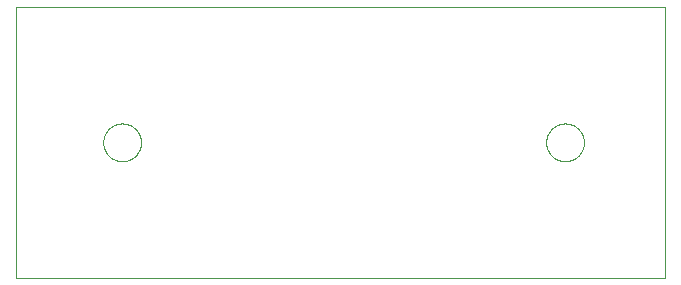
<source format=gtp>
G75*
%MOIN*%
%OFA0B0*%
%FSLAX25Y25*%
%IPPOS*%
%LPD*%
%AMOC8*
5,1,8,0,0,1.08239X$1,22.5*
%
%ADD10C,0.00000*%
D10*
X0001587Y0008595D02*
X0001587Y0099146D01*
X0217871Y0099146D01*
X0217871Y0008595D01*
X0001587Y0008595D01*
X0030595Y0053871D02*
X0030597Y0054029D01*
X0030603Y0054187D01*
X0030613Y0054345D01*
X0030627Y0054503D01*
X0030645Y0054660D01*
X0030666Y0054817D01*
X0030692Y0054973D01*
X0030722Y0055129D01*
X0030755Y0055284D01*
X0030793Y0055437D01*
X0030834Y0055590D01*
X0030879Y0055742D01*
X0030928Y0055893D01*
X0030981Y0056042D01*
X0031037Y0056190D01*
X0031097Y0056336D01*
X0031161Y0056481D01*
X0031229Y0056624D01*
X0031300Y0056766D01*
X0031374Y0056906D01*
X0031452Y0057043D01*
X0031534Y0057179D01*
X0031618Y0057313D01*
X0031707Y0057444D01*
X0031798Y0057573D01*
X0031893Y0057700D01*
X0031990Y0057825D01*
X0032091Y0057947D01*
X0032195Y0058066D01*
X0032302Y0058183D01*
X0032412Y0058297D01*
X0032525Y0058408D01*
X0032640Y0058517D01*
X0032758Y0058622D01*
X0032879Y0058724D01*
X0033002Y0058824D01*
X0033128Y0058920D01*
X0033256Y0059013D01*
X0033386Y0059103D01*
X0033519Y0059189D01*
X0033654Y0059273D01*
X0033790Y0059352D01*
X0033929Y0059429D01*
X0034070Y0059501D01*
X0034212Y0059571D01*
X0034356Y0059636D01*
X0034502Y0059698D01*
X0034649Y0059756D01*
X0034798Y0059811D01*
X0034948Y0059862D01*
X0035099Y0059909D01*
X0035251Y0059952D01*
X0035404Y0059991D01*
X0035559Y0060027D01*
X0035714Y0060058D01*
X0035870Y0060086D01*
X0036026Y0060110D01*
X0036183Y0060130D01*
X0036341Y0060146D01*
X0036498Y0060158D01*
X0036657Y0060166D01*
X0036815Y0060170D01*
X0036973Y0060170D01*
X0037131Y0060166D01*
X0037290Y0060158D01*
X0037447Y0060146D01*
X0037605Y0060130D01*
X0037762Y0060110D01*
X0037918Y0060086D01*
X0038074Y0060058D01*
X0038229Y0060027D01*
X0038384Y0059991D01*
X0038537Y0059952D01*
X0038689Y0059909D01*
X0038840Y0059862D01*
X0038990Y0059811D01*
X0039139Y0059756D01*
X0039286Y0059698D01*
X0039432Y0059636D01*
X0039576Y0059571D01*
X0039718Y0059501D01*
X0039859Y0059429D01*
X0039998Y0059352D01*
X0040134Y0059273D01*
X0040269Y0059189D01*
X0040402Y0059103D01*
X0040532Y0059013D01*
X0040660Y0058920D01*
X0040786Y0058824D01*
X0040909Y0058724D01*
X0041030Y0058622D01*
X0041148Y0058517D01*
X0041263Y0058408D01*
X0041376Y0058297D01*
X0041486Y0058183D01*
X0041593Y0058066D01*
X0041697Y0057947D01*
X0041798Y0057825D01*
X0041895Y0057700D01*
X0041990Y0057573D01*
X0042081Y0057444D01*
X0042170Y0057313D01*
X0042254Y0057179D01*
X0042336Y0057043D01*
X0042414Y0056906D01*
X0042488Y0056766D01*
X0042559Y0056624D01*
X0042627Y0056481D01*
X0042691Y0056336D01*
X0042751Y0056190D01*
X0042807Y0056042D01*
X0042860Y0055893D01*
X0042909Y0055742D01*
X0042954Y0055590D01*
X0042995Y0055437D01*
X0043033Y0055284D01*
X0043066Y0055129D01*
X0043096Y0054973D01*
X0043122Y0054817D01*
X0043143Y0054660D01*
X0043161Y0054503D01*
X0043175Y0054345D01*
X0043185Y0054187D01*
X0043191Y0054029D01*
X0043193Y0053871D01*
X0043191Y0053713D01*
X0043185Y0053555D01*
X0043175Y0053397D01*
X0043161Y0053239D01*
X0043143Y0053082D01*
X0043122Y0052925D01*
X0043096Y0052769D01*
X0043066Y0052613D01*
X0043033Y0052458D01*
X0042995Y0052305D01*
X0042954Y0052152D01*
X0042909Y0052000D01*
X0042860Y0051849D01*
X0042807Y0051700D01*
X0042751Y0051552D01*
X0042691Y0051406D01*
X0042627Y0051261D01*
X0042559Y0051118D01*
X0042488Y0050976D01*
X0042414Y0050836D01*
X0042336Y0050699D01*
X0042254Y0050563D01*
X0042170Y0050429D01*
X0042081Y0050298D01*
X0041990Y0050169D01*
X0041895Y0050042D01*
X0041798Y0049917D01*
X0041697Y0049795D01*
X0041593Y0049676D01*
X0041486Y0049559D01*
X0041376Y0049445D01*
X0041263Y0049334D01*
X0041148Y0049225D01*
X0041030Y0049120D01*
X0040909Y0049018D01*
X0040786Y0048918D01*
X0040660Y0048822D01*
X0040532Y0048729D01*
X0040402Y0048639D01*
X0040269Y0048553D01*
X0040134Y0048469D01*
X0039998Y0048390D01*
X0039859Y0048313D01*
X0039718Y0048241D01*
X0039576Y0048171D01*
X0039432Y0048106D01*
X0039286Y0048044D01*
X0039139Y0047986D01*
X0038990Y0047931D01*
X0038840Y0047880D01*
X0038689Y0047833D01*
X0038537Y0047790D01*
X0038384Y0047751D01*
X0038229Y0047715D01*
X0038074Y0047684D01*
X0037918Y0047656D01*
X0037762Y0047632D01*
X0037605Y0047612D01*
X0037447Y0047596D01*
X0037290Y0047584D01*
X0037131Y0047576D01*
X0036973Y0047572D01*
X0036815Y0047572D01*
X0036657Y0047576D01*
X0036498Y0047584D01*
X0036341Y0047596D01*
X0036183Y0047612D01*
X0036026Y0047632D01*
X0035870Y0047656D01*
X0035714Y0047684D01*
X0035559Y0047715D01*
X0035404Y0047751D01*
X0035251Y0047790D01*
X0035099Y0047833D01*
X0034948Y0047880D01*
X0034798Y0047931D01*
X0034649Y0047986D01*
X0034502Y0048044D01*
X0034356Y0048106D01*
X0034212Y0048171D01*
X0034070Y0048241D01*
X0033929Y0048313D01*
X0033790Y0048390D01*
X0033654Y0048469D01*
X0033519Y0048553D01*
X0033386Y0048639D01*
X0033256Y0048729D01*
X0033128Y0048822D01*
X0033002Y0048918D01*
X0032879Y0049018D01*
X0032758Y0049120D01*
X0032640Y0049225D01*
X0032525Y0049334D01*
X0032412Y0049445D01*
X0032302Y0049559D01*
X0032195Y0049676D01*
X0032091Y0049795D01*
X0031990Y0049917D01*
X0031893Y0050042D01*
X0031798Y0050169D01*
X0031707Y0050298D01*
X0031618Y0050429D01*
X0031534Y0050563D01*
X0031452Y0050699D01*
X0031374Y0050836D01*
X0031300Y0050976D01*
X0031229Y0051118D01*
X0031161Y0051261D01*
X0031097Y0051406D01*
X0031037Y0051552D01*
X0030981Y0051700D01*
X0030928Y0051849D01*
X0030879Y0052000D01*
X0030834Y0052152D01*
X0030793Y0052305D01*
X0030755Y0052458D01*
X0030722Y0052613D01*
X0030692Y0052769D01*
X0030666Y0052925D01*
X0030645Y0053082D01*
X0030627Y0053239D01*
X0030613Y0053397D01*
X0030603Y0053555D01*
X0030597Y0053713D01*
X0030595Y0053871D01*
X0178233Y0053871D02*
X0178235Y0054029D01*
X0178241Y0054187D01*
X0178251Y0054345D01*
X0178265Y0054503D01*
X0178283Y0054660D01*
X0178304Y0054817D01*
X0178330Y0054973D01*
X0178360Y0055129D01*
X0178393Y0055284D01*
X0178431Y0055437D01*
X0178472Y0055590D01*
X0178517Y0055742D01*
X0178566Y0055893D01*
X0178619Y0056042D01*
X0178675Y0056190D01*
X0178735Y0056336D01*
X0178799Y0056481D01*
X0178867Y0056624D01*
X0178938Y0056766D01*
X0179012Y0056906D01*
X0179090Y0057043D01*
X0179172Y0057179D01*
X0179256Y0057313D01*
X0179345Y0057444D01*
X0179436Y0057573D01*
X0179531Y0057700D01*
X0179628Y0057825D01*
X0179729Y0057947D01*
X0179833Y0058066D01*
X0179940Y0058183D01*
X0180050Y0058297D01*
X0180163Y0058408D01*
X0180278Y0058517D01*
X0180396Y0058622D01*
X0180517Y0058724D01*
X0180640Y0058824D01*
X0180766Y0058920D01*
X0180894Y0059013D01*
X0181024Y0059103D01*
X0181157Y0059189D01*
X0181292Y0059273D01*
X0181428Y0059352D01*
X0181567Y0059429D01*
X0181708Y0059501D01*
X0181850Y0059571D01*
X0181994Y0059636D01*
X0182140Y0059698D01*
X0182287Y0059756D01*
X0182436Y0059811D01*
X0182586Y0059862D01*
X0182737Y0059909D01*
X0182889Y0059952D01*
X0183042Y0059991D01*
X0183197Y0060027D01*
X0183352Y0060058D01*
X0183508Y0060086D01*
X0183664Y0060110D01*
X0183821Y0060130D01*
X0183979Y0060146D01*
X0184136Y0060158D01*
X0184295Y0060166D01*
X0184453Y0060170D01*
X0184611Y0060170D01*
X0184769Y0060166D01*
X0184928Y0060158D01*
X0185085Y0060146D01*
X0185243Y0060130D01*
X0185400Y0060110D01*
X0185556Y0060086D01*
X0185712Y0060058D01*
X0185867Y0060027D01*
X0186022Y0059991D01*
X0186175Y0059952D01*
X0186327Y0059909D01*
X0186478Y0059862D01*
X0186628Y0059811D01*
X0186777Y0059756D01*
X0186924Y0059698D01*
X0187070Y0059636D01*
X0187214Y0059571D01*
X0187356Y0059501D01*
X0187497Y0059429D01*
X0187636Y0059352D01*
X0187772Y0059273D01*
X0187907Y0059189D01*
X0188040Y0059103D01*
X0188170Y0059013D01*
X0188298Y0058920D01*
X0188424Y0058824D01*
X0188547Y0058724D01*
X0188668Y0058622D01*
X0188786Y0058517D01*
X0188901Y0058408D01*
X0189014Y0058297D01*
X0189124Y0058183D01*
X0189231Y0058066D01*
X0189335Y0057947D01*
X0189436Y0057825D01*
X0189533Y0057700D01*
X0189628Y0057573D01*
X0189719Y0057444D01*
X0189808Y0057313D01*
X0189892Y0057179D01*
X0189974Y0057043D01*
X0190052Y0056906D01*
X0190126Y0056766D01*
X0190197Y0056624D01*
X0190265Y0056481D01*
X0190329Y0056336D01*
X0190389Y0056190D01*
X0190445Y0056042D01*
X0190498Y0055893D01*
X0190547Y0055742D01*
X0190592Y0055590D01*
X0190633Y0055437D01*
X0190671Y0055284D01*
X0190704Y0055129D01*
X0190734Y0054973D01*
X0190760Y0054817D01*
X0190781Y0054660D01*
X0190799Y0054503D01*
X0190813Y0054345D01*
X0190823Y0054187D01*
X0190829Y0054029D01*
X0190831Y0053871D01*
X0190829Y0053713D01*
X0190823Y0053555D01*
X0190813Y0053397D01*
X0190799Y0053239D01*
X0190781Y0053082D01*
X0190760Y0052925D01*
X0190734Y0052769D01*
X0190704Y0052613D01*
X0190671Y0052458D01*
X0190633Y0052305D01*
X0190592Y0052152D01*
X0190547Y0052000D01*
X0190498Y0051849D01*
X0190445Y0051700D01*
X0190389Y0051552D01*
X0190329Y0051406D01*
X0190265Y0051261D01*
X0190197Y0051118D01*
X0190126Y0050976D01*
X0190052Y0050836D01*
X0189974Y0050699D01*
X0189892Y0050563D01*
X0189808Y0050429D01*
X0189719Y0050298D01*
X0189628Y0050169D01*
X0189533Y0050042D01*
X0189436Y0049917D01*
X0189335Y0049795D01*
X0189231Y0049676D01*
X0189124Y0049559D01*
X0189014Y0049445D01*
X0188901Y0049334D01*
X0188786Y0049225D01*
X0188668Y0049120D01*
X0188547Y0049018D01*
X0188424Y0048918D01*
X0188298Y0048822D01*
X0188170Y0048729D01*
X0188040Y0048639D01*
X0187907Y0048553D01*
X0187772Y0048469D01*
X0187636Y0048390D01*
X0187497Y0048313D01*
X0187356Y0048241D01*
X0187214Y0048171D01*
X0187070Y0048106D01*
X0186924Y0048044D01*
X0186777Y0047986D01*
X0186628Y0047931D01*
X0186478Y0047880D01*
X0186327Y0047833D01*
X0186175Y0047790D01*
X0186022Y0047751D01*
X0185867Y0047715D01*
X0185712Y0047684D01*
X0185556Y0047656D01*
X0185400Y0047632D01*
X0185243Y0047612D01*
X0185085Y0047596D01*
X0184928Y0047584D01*
X0184769Y0047576D01*
X0184611Y0047572D01*
X0184453Y0047572D01*
X0184295Y0047576D01*
X0184136Y0047584D01*
X0183979Y0047596D01*
X0183821Y0047612D01*
X0183664Y0047632D01*
X0183508Y0047656D01*
X0183352Y0047684D01*
X0183197Y0047715D01*
X0183042Y0047751D01*
X0182889Y0047790D01*
X0182737Y0047833D01*
X0182586Y0047880D01*
X0182436Y0047931D01*
X0182287Y0047986D01*
X0182140Y0048044D01*
X0181994Y0048106D01*
X0181850Y0048171D01*
X0181708Y0048241D01*
X0181567Y0048313D01*
X0181428Y0048390D01*
X0181292Y0048469D01*
X0181157Y0048553D01*
X0181024Y0048639D01*
X0180894Y0048729D01*
X0180766Y0048822D01*
X0180640Y0048918D01*
X0180517Y0049018D01*
X0180396Y0049120D01*
X0180278Y0049225D01*
X0180163Y0049334D01*
X0180050Y0049445D01*
X0179940Y0049559D01*
X0179833Y0049676D01*
X0179729Y0049795D01*
X0179628Y0049917D01*
X0179531Y0050042D01*
X0179436Y0050169D01*
X0179345Y0050298D01*
X0179256Y0050429D01*
X0179172Y0050563D01*
X0179090Y0050699D01*
X0179012Y0050836D01*
X0178938Y0050976D01*
X0178867Y0051118D01*
X0178799Y0051261D01*
X0178735Y0051406D01*
X0178675Y0051552D01*
X0178619Y0051700D01*
X0178566Y0051849D01*
X0178517Y0052000D01*
X0178472Y0052152D01*
X0178431Y0052305D01*
X0178393Y0052458D01*
X0178360Y0052613D01*
X0178330Y0052769D01*
X0178304Y0052925D01*
X0178283Y0053082D01*
X0178265Y0053239D01*
X0178251Y0053397D01*
X0178241Y0053555D01*
X0178235Y0053713D01*
X0178233Y0053871D01*
M02*

</source>
